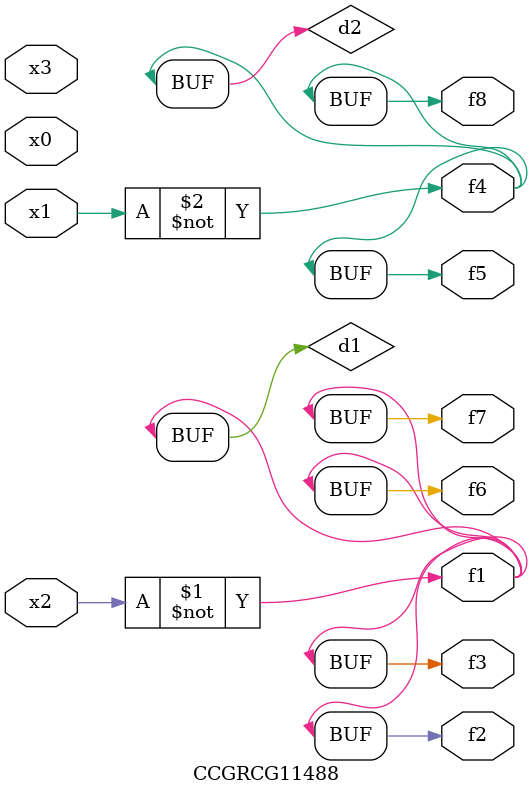
<source format=v>
module CCGRCG11488(
	input x0, x1, x2, x3,
	output f1, f2, f3, f4, f5, f6, f7, f8
);

	wire d1, d2;

	xnor (d1, x2);
	not (d2, x1);
	assign f1 = d1;
	assign f2 = d1;
	assign f3 = d1;
	assign f4 = d2;
	assign f5 = d2;
	assign f6 = d1;
	assign f7 = d1;
	assign f8 = d2;
endmodule

</source>
